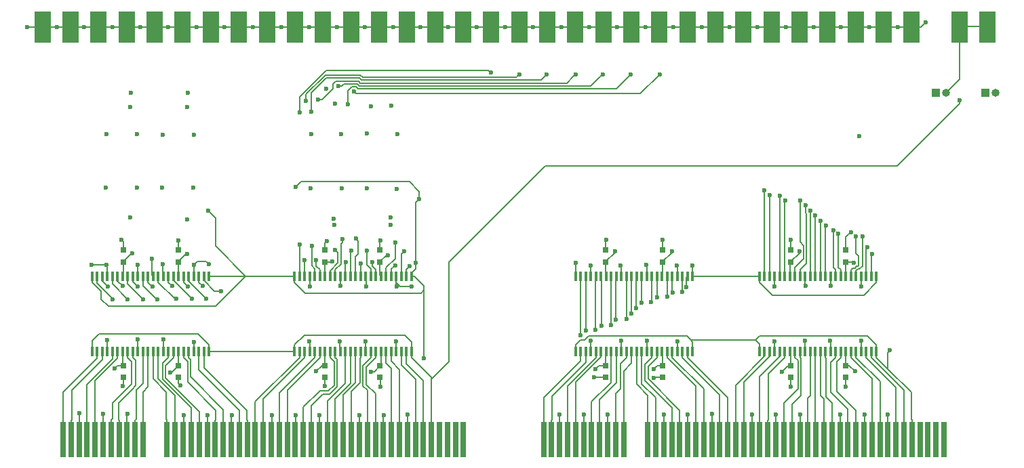
<source format=gbl>
G04 #@! TF.GenerationSoftware,KiCad,Pcbnew,(2018-02-14 revision 6afdf1cf8)-makepkg*
G04 #@! TF.CreationDate,2018-05-17T19:59:26-07:00*
G04 #@! TF.ProjectId,register-card,72656769737465722D636172642E6B69,rev?*
G04 #@! TF.SameCoordinates,Original*
G04 #@! TF.FileFunction,Copper,L4,Bot,Signal*
G04 #@! TF.FilePolarity,Positive*
%FSLAX46Y46*%
G04 Gerber Fmt 4.6, Leading zero omitted, Abs format (unit mm)*
G04 Created by KiCad (PCBNEW (2018-02-14 revision 6afdf1cf8)-makepkg) date 05/17/18 19:59:26*
%MOMM*%
%LPD*%
G01*
G04 APERTURE LIST*
%ADD10R,0.700000X4.400000*%
%ADD11R,2.000000X4.000000*%
%ADD12R,1.000000X1.000000*%
%ADD13O,1.000000X1.000000*%
%ADD14R,0.750000X0.800000*%
%ADD15R,0.400000X1.200000*%
%ADD16C,0.600000*%
%ADD17C,0.177800*%
G04 APERTURE END LIST*
D10*
X47548800Y-178638200D03*
X48548800Y-178638200D03*
X49548800Y-178638200D03*
X50548800Y-178638200D03*
X51548800Y-178638200D03*
X52548800Y-178638200D03*
X53548800Y-178638200D03*
X54548800Y-178638200D03*
X55548800Y-178638200D03*
X56548800Y-178638200D03*
X57548800Y-178638200D03*
X60548800Y-178638200D03*
X61548800Y-178638200D03*
X62548800Y-178638200D03*
X63548800Y-178638200D03*
X64548800Y-178638200D03*
X65548800Y-178638200D03*
X66548800Y-178638200D03*
X67548800Y-178638200D03*
X68548800Y-178638200D03*
X69548800Y-178638200D03*
X70548800Y-178638200D03*
X71548800Y-178638200D03*
X72548800Y-178638200D03*
X73548800Y-178638200D03*
X74548800Y-178638200D03*
X75548800Y-178638200D03*
X76548800Y-178638200D03*
X77548800Y-178638200D03*
X78548800Y-178638200D03*
X79548800Y-178638200D03*
X80548800Y-178638200D03*
X81548800Y-178638200D03*
X82548800Y-178638200D03*
X83548800Y-178638200D03*
X84548800Y-178638200D03*
X85548800Y-178638200D03*
X86548800Y-178638200D03*
X87548800Y-178638200D03*
X88548800Y-178638200D03*
X89548800Y-178638200D03*
X90548800Y-178638200D03*
X91548800Y-178638200D03*
X92548800Y-178638200D03*
X93548800Y-178638200D03*
X94548800Y-178638200D03*
X95548800Y-178638200D03*
X96548800Y-178638200D03*
X97548800Y-178638200D03*
X107548800Y-178638200D03*
X120548800Y-178638200D03*
X108548800Y-178638200D03*
X109548800Y-178638200D03*
X110548800Y-178638200D03*
X111548800Y-178638200D03*
X112548800Y-178638200D03*
X113548800Y-178638200D03*
X114548800Y-178638200D03*
X115548800Y-178638200D03*
X116548800Y-178638200D03*
X117548800Y-178638200D03*
X121548800Y-178638200D03*
X122548800Y-178638200D03*
X123548800Y-178638200D03*
X124548800Y-178638200D03*
X125548800Y-178638200D03*
X126548800Y-178638200D03*
X127548800Y-178638200D03*
X128548800Y-178638200D03*
X129548800Y-178638200D03*
X130548800Y-178638200D03*
X131548800Y-178638200D03*
X132548800Y-178638200D03*
X133548800Y-178638200D03*
X134548800Y-178638200D03*
X135548800Y-178638200D03*
X136548800Y-178638200D03*
X137548800Y-178638200D03*
X138548800Y-178638200D03*
X139548800Y-178638200D03*
X140548800Y-178638200D03*
X141548800Y-178638200D03*
X142548800Y-178638200D03*
X143548800Y-178638200D03*
X144548800Y-178638200D03*
X145548800Y-178638200D03*
X146548800Y-178638200D03*
X147548800Y-178638200D03*
X148548800Y-178638200D03*
X149548800Y-178638200D03*
X150548800Y-178638200D03*
X151548800Y-178638200D03*
X152548800Y-178638200D03*
X153548800Y-178638200D03*
X154548800Y-178638200D03*
X155548800Y-178638200D03*
X156548800Y-178638200D03*
X157548800Y-178638200D03*
D11*
X45000000Y-127105416D03*
X48500000Y-127105416D03*
X52000000Y-127105416D03*
X55500000Y-127105416D03*
X59000000Y-127105416D03*
X62500000Y-127105416D03*
X66000000Y-127105416D03*
X69500000Y-127105416D03*
X73000000Y-127105416D03*
X76500000Y-127105416D03*
X80000000Y-127105416D03*
X83500000Y-127105416D03*
X87000000Y-127105416D03*
X90500000Y-127105416D03*
X94000000Y-127105416D03*
X97500000Y-127105416D03*
X101000000Y-127105416D03*
X104500000Y-127105416D03*
X108000000Y-127105416D03*
X111500000Y-127105416D03*
X115000000Y-127105416D03*
X118500000Y-127105416D03*
X122000000Y-127105416D03*
X125500000Y-127105416D03*
X129000000Y-127105416D03*
X132500000Y-127105416D03*
X136000000Y-127105416D03*
X139500000Y-127105416D03*
X143000000Y-127105416D03*
X146500000Y-127105416D03*
X150000000Y-127105416D03*
X153500000Y-127105416D03*
X159512000Y-127101600D03*
X162991800Y-127101600D03*
D12*
X162725000Y-135300000D03*
D13*
X163995000Y-135300000D03*
D12*
X156550000Y-135300000D03*
D13*
X157820000Y-135300000D03*
D14*
X115316000Y-170918000D03*
X115316000Y-169418000D03*
X122428000Y-169418000D03*
X122428000Y-170918000D03*
X115316000Y-154964000D03*
X115316000Y-156464000D03*
X122428000Y-156464000D03*
X122428000Y-154964000D03*
X55118000Y-170918000D03*
X55118000Y-169418000D03*
X61976000Y-169418000D03*
X61976000Y-170918000D03*
X55118000Y-154964000D03*
X55118000Y-156464000D03*
X61976000Y-156464000D03*
X61976000Y-154964000D03*
X80264000Y-170918000D03*
X80264000Y-169418000D03*
X87122000Y-169418000D03*
X87122000Y-170918000D03*
X80264000Y-154964000D03*
X80264000Y-156464000D03*
X87122000Y-156464000D03*
X87122000Y-154964000D03*
X138430000Y-170918000D03*
X138430000Y-169418000D03*
X145288000Y-169418000D03*
X145288000Y-170918000D03*
X138430000Y-154964000D03*
X138430000Y-156464000D03*
X145288000Y-156464000D03*
X145288000Y-154964000D03*
D15*
X126145240Y-158240000D03*
X125510240Y-158240000D03*
X124875240Y-158240000D03*
X124240240Y-158240000D03*
X123605240Y-158240000D03*
X122970240Y-158240000D03*
X122335240Y-158240000D03*
X121700240Y-158240000D03*
X121065240Y-158240000D03*
X120430240Y-158240000D03*
X119795240Y-158240000D03*
X119160240Y-158240000D03*
X118525240Y-158240000D03*
X117890240Y-158240000D03*
X117255240Y-158240000D03*
X116620240Y-158240000D03*
X115985240Y-158240000D03*
X115350240Y-158240000D03*
X114715240Y-158240000D03*
X114080240Y-158240000D03*
X113445240Y-158240000D03*
X112810240Y-158240000D03*
X112175240Y-158240000D03*
X111540240Y-158240000D03*
X111540240Y-167640000D03*
X112175240Y-167640000D03*
X112810240Y-167640000D03*
X113445240Y-167640000D03*
X114080240Y-167640000D03*
X114715240Y-167640000D03*
X115350240Y-167640000D03*
X115985240Y-167640000D03*
X116620240Y-167640000D03*
X117255240Y-167640000D03*
X117890240Y-167640000D03*
X118525240Y-167640000D03*
X119160240Y-167640000D03*
X119795240Y-167640000D03*
X120430240Y-167640000D03*
X121065240Y-167640000D03*
X121700240Y-167640000D03*
X122335240Y-167640000D03*
X122970240Y-167640000D03*
X123605240Y-167640000D03*
X124240240Y-167640000D03*
X124875240Y-167640000D03*
X125510240Y-167640000D03*
X126145240Y-167640000D03*
X65786000Y-158240000D03*
X65151000Y-158240000D03*
X64516000Y-158240000D03*
X63881000Y-158240000D03*
X63246000Y-158240000D03*
X62611000Y-158240000D03*
X61976000Y-158240000D03*
X61341000Y-158240000D03*
X60706000Y-158240000D03*
X60071000Y-158240000D03*
X59436000Y-158240000D03*
X58801000Y-158240000D03*
X58166000Y-158240000D03*
X57531000Y-158240000D03*
X56896000Y-158240000D03*
X56261000Y-158240000D03*
X55626000Y-158240000D03*
X54991000Y-158240000D03*
X54356000Y-158240000D03*
X53721000Y-158240000D03*
X53086000Y-158240000D03*
X52451000Y-158240000D03*
X51816000Y-158240000D03*
X51181000Y-158240000D03*
X51181000Y-167640000D03*
X51816000Y-167640000D03*
X52451000Y-167640000D03*
X53086000Y-167640000D03*
X53721000Y-167640000D03*
X54356000Y-167640000D03*
X54991000Y-167640000D03*
X55626000Y-167640000D03*
X56261000Y-167640000D03*
X56896000Y-167640000D03*
X57531000Y-167640000D03*
X58166000Y-167640000D03*
X58801000Y-167640000D03*
X59436000Y-167640000D03*
X60071000Y-167640000D03*
X60706000Y-167640000D03*
X61341000Y-167640000D03*
X61976000Y-167640000D03*
X62611000Y-167640000D03*
X63246000Y-167640000D03*
X63881000Y-167640000D03*
X64516000Y-167640000D03*
X65151000Y-167640000D03*
X65786000Y-167640000D03*
X149098000Y-167640000D03*
X148463000Y-167640000D03*
X147828000Y-167640000D03*
X147193000Y-167640000D03*
X146558000Y-167640000D03*
X145923000Y-167640000D03*
X145288000Y-167640000D03*
X144653000Y-167640000D03*
X144018000Y-167640000D03*
X143383000Y-167640000D03*
X142748000Y-167640000D03*
X142113000Y-167640000D03*
X141478000Y-167640000D03*
X140843000Y-167640000D03*
X140208000Y-167640000D03*
X139573000Y-167640000D03*
X138938000Y-167640000D03*
X138303000Y-167640000D03*
X137668000Y-167640000D03*
X137033000Y-167640000D03*
X136398000Y-167640000D03*
X135763000Y-167640000D03*
X135128000Y-167640000D03*
X134493000Y-167640000D03*
X134493000Y-158240000D03*
X135128000Y-158240000D03*
X135763000Y-158240000D03*
X136398000Y-158240000D03*
X137033000Y-158240000D03*
X137668000Y-158240000D03*
X138303000Y-158240000D03*
X138938000Y-158240000D03*
X139573000Y-158240000D03*
X140208000Y-158240000D03*
X140843000Y-158240000D03*
X141478000Y-158240000D03*
X142113000Y-158240000D03*
X142748000Y-158240000D03*
X143383000Y-158240000D03*
X144018000Y-158240000D03*
X144653000Y-158240000D03*
X145288000Y-158240000D03*
X145923000Y-158240000D03*
X146558000Y-158240000D03*
X147193000Y-158240000D03*
X147828000Y-158240000D03*
X148463000Y-158240000D03*
X149098000Y-158240000D03*
X91059000Y-167642000D03*
X90424000Y-167642000D03*
X89789000Y-167642000D03*
X89154000Y-167642000D03*
X88519000Y-167642000D03*
X87884000Y-167642000D03*
X87249000Y-167642000D03*
X86614000Y-167642000D03*
X85979000Y-167642000D03*
X85344000Y-167642000D03*
X84709000Y-167642000D03*
X84074000Y-167642000D03*
X83439000Y-167642000D03*
X82804000Y-167642000D03*
X82169000Y-167642000D03*
X81534000Y-167642000D03*
X80899000Y-167642000D03*
X80264000Y-167642000D03*
X79629000Y-167642000D03*
X78994000Y-167642000D03*
X78359000Y-167642000D03*
X77724000Y-167642000D03*
X77089000Y-167642000D03*
X76454000Y-167642000D03*
X76454000Y-158242000D03*
X77089000Y-158242000D03*
X77724000Y-158242000D03*
X78359000Y-158242000D03*
X78994000Y-158242000D03*
X79629000Y-158242000D03*
X80264000Y-158242000D03*
X80899000Y-158242000D03*
X81534000Y-158242000D03*
X82169000Y-158242000D03*
X82804000Y-158242000D03*
X83439000Y-158242000D03*
X84074000Y-158242000D03*
X84709000Y-158242000D03*
X85344000Y-158242000D03*
X85979000Y-158242000D03*
X86614000Y-158242000D03*
X87249000Y-158242000D03*
X87884000Y-158242000D03*
X88519000Y-158242000D03*
X89154000Y-158242000D03*
X89789000Y-158242000D03*
X90424000Y-158242000D03*
X91059000Y-158242000D03*
D16*
X88134891Y-155619658D03*
X88569800Y-136906000D03*
X81203800Y-156413200D03*
X147599400Y-175564800D03*
X136550400Y-175514000D03*
X125552200Y-175514000D03*
X112547400Y-175539400D03*
X137261600Y-170205400D03*
X146431000Y-170154600D03*
X121285000Y-169849800D03*
X114020600Y-169849800D03*
X85961510Y-170184041D03*
X79146400Y-170154600D03*
X146964400Y-140766800D03*
X63050458Y-155507066D03*
X56166907Y-155407094D03*
X63042800Y-151155400D03*
X81483200Y-136677400D03*
X123545195Y-155176510D03*
X116472578Y-155176510D03*
X139471400Y-155176510D03*
X146261289Y-156589340D03*
X81331329Y-151063389D03*
X88468200Y-150926800D03*
X63068200Y-137109200D03*
X55930800Y-137083800D03*
X60909200Y-170281600D03*
X53975000Y-169748200D03*
X55930800Y-150901400D03*
X87579200Y-175615600D03*
X76606400Y-175615600D03*
X65582800Y-175615600D03*
X52578000Y-175463200D03*
X46786800Y-127105416D03*
X50215800Y-127105416D03*
X53746400Y-127105416D03*
X57226200Y-127105416D03*
X60680600Y-127105416D03*
X64236600Y-127105416D03*
X67716400Y-127105416D03*
X71272400Y-127105416D03*
X74777600Y-127105416D03*
X78308200Y-127105416D03*
X81788000Y-127105416D03*
X85217000Y-127105416D03*
X88798400Y-127105416D03*
X92202000Y-127105416D03*
X95681800Y-127105416D03*
X99237800Y-127105416D03*
X102743000Y-127105416D03*
X106222800Y-127105416D03*
X109753400Y-127105416D03*
X113258600Y-127105416D03*
X116713000Y-127105416D03*
X120269000Y-127105416D03*
X123774200Y-127105416D03*
X127279400Y-127105416D03*
X130759200Y-127105416D03*
X134213600Y-127105416D03*
X137769600Y-127105416D03*
X141249400Y-127105416D03*
X144703800Y-127105416D03*
X148259800Y-127105416D03*
X151739600Y-127105416D03*
X136398000Y-159512000D03*
X86004400Y-137007600D03*
X80441800Y-134823200D03*
X87172800Y-153822400D03*
X80467200Y-153847800D03*
X124180600Y-156921200D03*
X120370600Y-156870400D03*
X117170200Y-156895800D03*
X113385600Y-156946600D03*
X147193000Y-166293800D03*
X143281400Y-166344600D03*
X140182600Y-166344600D03*
X136372600Y-166370000D03*
X113834890Y-170916600D03*
X150520400Y-175539400D03*
X144602200Y-175564800D03*
X139598400Y-175564800D03*
X133604000Y-175514000D03*
X128600200Y-175463200D03*
X122529600Y-175564800D03*
X115519200Y-175539400D03*
X109550200Y-175514000D03*
X113411000Y-166319200D03*
X117271800Y-166319200D03*
X120472200Y-166319200D03*
X124256800Y-166370000D03*
X140284200Y-159486600D03*
X145262600Y-172034200D03*
X138430000Y-172110400D03*
X121285000Y-170942000D03*
X63804800Y-147218400D03*
X59893200Y-147167600D03*
X56769000Y-147218400D03*
X52882800Y-147193000D03*
X89154000Y-166370000D03*
X85293200Y-166420800D03*
X82118200Y-166395400D03*
X78308200Y-166395400D03*
X87147400Y-172059600D03*
X80264000Y-171958000D03*
X43027600Y-127101600D03*
X155270200Y-126517400D03*
X63881000Y-166462144D03*
X65785412Y-156787715D03*
X63881000Y-156819600D03*
X59969400Y-156718000D03*
X56870600Y-156819600D03*
X51079400Y-156794200D03*
X53009800Y-156794200D03*
X89179400Y-159554758D03*
X89230200Y-147320000D03*
X85471000Y-147269200D03*
X82346800Y-147294600D03*
X78460600Y-147294600D03*
X78511400Y-140487400D03*
X89281000Y-140487400D03*
X85521800Y-140411200D03*
X82270600Y-140462000D03*
X115366800Y-153662075D03*
X122428000Y-153662075D03*
X138430000Y-153662077D03*
X145938529Y-152747690D03*
X81381600Y-151841200D03*
X78359000Y-159512000D03*
X143408400Y-159461200D03*
X147218400Y-159512000D03*
X88417400Y-151866600D03*
X82169000Y-159486600D03*
X85369400Y-159512000D03*
X91109800Y-159512000D03*
X63855600Y-140589000D03*
X59994800Y-140538200D03*
X63144400Y-135331200D03*
X56032400Y-135331200D03*
X56819800Y-140512800D03*
X52959000Y-140487400D03*
X61976000Y-153771600D03*
X54864000Y-153695400D03*
X60045600Y-166116000D03*
X56896000Y-166116000D03*
X53060600Y-166243000D03*
X62243871Y-171881886D03*
X54965600Y-172008800D03*
X90576400Y-175564800D03*
X84582000Y-175666400D03*
X79552800Y-175615600D03*
X73609200Y-175666400D03*
X68630800Y-175615600D03*
X62636400Y-175615600D03*
X55626000Y-175463200D03*
X49580800Y-175412400D03*
X111556800Y-156616398D03*
X91567000Y-156591000D03*
X126085600Y-156921200D03*
X92633800Y-168503600D03*
X65709800Y-150088600D03*
X92024200Y-148615400D03*
X76581000Y-147116800D03*
X159512000Y-136271000D03*
X150774400Y-167513000D03*
X77063600Y-137744202D03*
X100965000Y-132816600D03*
X107950000Y-133037246D03*
X78536798Y-137693400D03*
X114909600Y-133037246D03*
X81889600Y-134493000D03*
X83856082Y-135149033D03*
X122021600Y-133037246D03*
X104495600Y-133037246D03*
X77901226Y-136309111D03*
X111531400Y-133037246D03*
X79425800Y-136169400D03*
X118440200Y-133037246D03*
X83092933Y-136728200D03*
X67310000Y-160121600D03*
X125399800Y-159588200D03*
X65009084Y-159485734D03*
X124815600Y-160223200D03*
X65405000Y-161061400D03*
X123647200Y-160274000D03*
X63099058Y-159532252D03*
X122961402Y-160807402D03*
X63601600Y-161061400D03*
X121691400Y-160883600D03*
X61200437Y-159493701D03*
X120980200Y-161467798D03*
X61722000Y-161086800D03*
X119786400Y-161569400D03*
X58674000Y-156057600D03*
X119126000Y-162229800D03*
X58713852Y-159581899D03*
X118491000Y-162890200D03*
X59298417Y-161185545D03*
X117906800Y-163626800D03*
X56907045Y-159583764D03*
X116586000Y-163652200D03*
X57505600Y-161112200D03*
X115951000Y-164338000D03*
X54996741Y-159484759D03*
X114757200Y-164414200D03*
X55625996Y-161112200D03*
X114020600Y-164998400D03*
X53147432Y-159565704D03*
X112826800Y-165023800D03*
X112195999Y-165676290D03*
X53771800Y-161137600D03*
X77089000Y-154279600D03*
X135077200Y-147548602D03*
X135763000Y-148132801D03*
X77724000Y-156210000D03*
X78587604Y-154432000D03*
X137033000Y-148209000D03*
X137718800Y-148767800D03*
X79171800Y-156210000D03*
X81538356Y-154995914D03*
X139547600Y-148767800D03*
X82423000Y-153593800D03*
X140233400Y-149402798D03*
X82829400Y-156489400D03*
X140817599Y-150063200D03*
X83532690Y-155026015D03*
X141477996Y-150672800D03*
X84099400Y-153568400D03*
X142113000Y-151307798D03*
X142773400Y-151942800D03*
X84709000Y-156667200D03*
X143718635Y-152494086D03*
X85445600Y-155041598D03*
X144348200Y-152950857D03*
X86131400Y-156514800D03*
X89001600Y-154025600D03*
X146563357Y-153261025D03*
X147339768Y-153307694D03*
X89008885Y-156877684D03*
X90119200Y-155168600D03*
X147941461Y-154623410D03*
X148564600Y-155448000D03*
X90830400Y-156997400D03*
D17*
X87122000Y-156464000D02*
X87122000Y-156439000D01*
X87941342Y-155619658D02*
X88134891Y-155619658D01*
X87122000Y-156439000D02*
X87941342Y-155619658D01*
X80264000Y-156464000D02*
X81153000Y-156464000D01*
X81153000Y-156464000D02*
X81203800Y-156413200D01*
X147599400Y-175564800D02*
X147599400Y-178587600D01*
X147599400Y-178587600D02*
X147548800Y-178638200D01*
X136548800Y-175515600D02*
X136550400Y-175514000D01*
X136548800Y-178638200D02*
X136548800Y-175515600D01*
X125552200Y-175514000D02*
X125552200Y-178634800D01*
X125552200Y-178634800D02*
X125548800Y-178638200D01*
X112548800Y-175540800D02*
X112547400Y-175539400D01*
X112548800Y-178638200D02*
X112548800Y-175540800D01*
X138049000Y-169418000D02*
X137261600Y-170205400D01*
X138430000Y-169418000D02*
X138049000Y-169418000D01*
X145694400Y-169418000D02*
X146431000Y-170154600D01*
X145288000Y-169418000D02*
X145694400Y-169418000D01*
X145288000Y-169418000D02*
X145288000Y-168840200D01*
X145288000Y-168840200D02*
X145288000Y-167640000D01*
X138430000Y-169418000D02*
X138430000Y-167767000D01*
X138430000Y-167767000D02*
X138303000Y-167640000D01*
X121716800Y-169418000D02*
X121285000Y-169849800D01*
X122428000Y-169418000D02*
X121716800Y-169418000D01*
X115316000Y-169418000D02*
X114452400Y-169418000D01*
X114452400Y-169418000D02*
X114020600Y-169849800D01*
X122428000Y-169418000D02*
X122428000Y-167732760D01*
X122428000Y-167732760D02*
X122335240Y-167640000D01*
X115316000Y-169418000D02*
X115316000Y-167674240D01*
X115316000Y-167674240D02*
X115350240Y-167640000D01*
X87122000Y-169418000D02*
X87122000Y-169443000D01*
X87122000Y-169443000D02*
X86380959Y-170184041D01*
X86380959Y-170184041D02*
X85961510Y-170184041D01*
X79883000Y-169418000D02*
X79146400Y-170154600D01*
X80264000Y-169418000D02*
X79883000Y-169418000D01*
X87249000Y-167642000D02*
X87249000Y-169291000D01*
X87249000Y-169291000D02*
X87122000Y-169418000D01*
X80264000Y-167642000D02*
X80264000Y-169418000D01*
X62907934Y-155507066D02*
X63050458Y-155507066D01*
X61976000Y-156439000D02*
X62907934Y-155507066D01*
X61976000Y-156464000D02*
X61976000Y-156439000D01*
X56149906Y-155407094D02*
X56166907Y-155407094D01*
X55118000Y-156464000D02*
X55118000Y-156439000D01*
X55118000Y-156439000D02*
X56149906Y-155407094D01*
X138430000Y-156439000D02*
X139471400Y-155397600D01*
X146135949Y-156464000D02*
X146261289Y-156589340D01*
X122428000Y-156464000D02*
X122428000Y-156439000D01*
X122428000Y-156439000D02*
X123545195Y-155321805D01*
X139471400Y-155397600D02*
X139471400Y-155176510D01*
X138430000Y-156464000D02*
X138430000Y-156439000D01*
X115316000Y-156439000D02*
X116472578Y-155282422D01*
X115316000Y-156464000D02*
X115316000Y-156439000D01*
X116472578Y-155282422D02*
X116472578Y-155176510D01*
X123545195Y-155321805D02*
X123545195Y-155176510D01*
X145288000Y-156464000D02*
X146135949Y-156464000D01*
X122428000Y-156464000D02*
X122428000Y-158147240D01*
X122428000Y-158147240D02*
X122335240Y-158240000D01*
X115316000Y-156464000D02*
X115316000Y-158205760D01*
X115316000Y-158205760D02*
X115350240Y-158240000D01*
X60909200Y-170281600D02*
X61112400Y-170281600D01*
X61112400Y-170281600D02*
X61976000Y-169418000D01*
X55118000Y-169418000D02*
X54305200Y-169418000D01*
X54305200Y-169418000D02*
X53975000Y-169748200D01*
X80264000Y-156464000D02*
X80264000Y-157041800D01*
X80264000Y-157041800D02*
X80264000Y-158242000D01*
X138303000Y-158240000D02*
X138303000Y-156591000D01*
X138303000Y-156591000D02*
X138430000Y-156464000D01*
X145288000Y-156464000D02*
X145288000Y-158240000D01*
X87122000Y-156464000D02*
X87122000Y-158115000D01*
X87122000Y-158115000D02*
X87249000Y-158242000D01*
X61976000Y-158240000D02*
X61976000Y-156464000D01*
X62001400Y-158265400D02*
X61976000Y-158240000D01*
X55118000Y-156464000D02*
X55118000Y-158113000D01*
X55118000Y-158113000D02*
X54991000Y-158240000D01*
X61976000Y-167640000D02*
X61976000Y-169418000D01*
X54991000Y-167640000D02*
X54991000Y-169291000D01*
X54991000Y-169291000D02*
X55118000Y-169418000D01*
X87548800Y-175646000D02*
X87579200Y-175615600D01*
X87548800Y-178638200D02*
X87548800Y-175646000D01*
X76606400Y-175615600D02*
X76606400Y-178580600D01*
X76606400Y-178580600D02*
X76548800Y-178638200D01*
X65548800Y-175649600D02*
X65582800Y-175615600D01*
X65548800Y-178638200D02*
X65548800Y-175649600D01*
X52578000Y-175463200D02*
X52578000Y-178609000D01*
X52578000Y-178609000D02*
X52548800Y-178638200D01*
X46786800Y-127105416D02*
X45000000Y-127105416D01*
X48500000Y-127105416D02*
X46786800Y-127105416D01*
X50215800Y-127105416D02*
X48500000Y-127105416D01*
X52000000Y-127105416D02*
X50215800Y-127105416D01*
X53746400Y-127105416D02*
X52000000Y-127105416D01*
X55500000Y-127105416D02*
X53746400Y-127105416D01*
X57226200Y-127105416D02*
X55500000Y-127105416D01*
X59000000Y-127105416D02*
X57226200Y-127105416D01*
X60680600Y-127105416D02*
X59000000Y-127105416D01*
X62500000Y-127105416D02*
X60680600Y-127105416D01*
X64236600Y-127105416D02*
X62500000Y-127105416D01*
X66000000Y-127105416D02*
X64236600Y-127105416D01*
X67716400Y-127105416D02*
X66000000Y-127105416D01*
X69500000Y-127105416D02*
X67716400Y-127105416D01*
X71272400Y-127105416D02*
X69500000Y-127105416D01*
X73000000Y-127105416D02*
X71272400Y-127105416D01*
X74777600Y-127105416D02*
X73000000Y-127105416D01*
X76500000Y-127105416D02*
X74777600Y-127105416D01*
X78308200Y-127105416D02*
X76500000Y-127105416D01*
X80000000Y-127105416D02*
X78308200Y-127105416D01*
X81788000Y-127105416D02*
X80000000Y-127105416D01*
X83500000Y-127105416D02*
X81788000Y-127105416D01*
X85217000Y-127105416D02*
X83500000Y-127105416D01*
X87000000Y-127105416D02*
X85217000Y-127105416D01*
X88798400Y-127105416D02*
X87000000Y-127105416D01*
X90500000Y-127105416D02*
X88798400Y-127105416D01*
X92202000Y-127105416D02*
X90500000Y-127105416D01*
X94000000Y-127105416D02*
X92202000Y-127105416D01*
X95681800Y-127105416D02*
X94000000Y-127105416D01*
X97500000Y-127105416D02*
X95681800Y-127105416D01*
X99237800Y-127105416D02*
X97500000Y-127105416D01*
X101000000Y-127105416D02*
X99237800Y-127105416D01*
X102743000Y-127105416D02*
X101000000Y-127105416D01*
X104500000Y-127105416D02*
X102743000Y-127105416D01*
X106222800Y-127105416D02*
X104500000Y-127105416D01*
X108000000Y-127105416D02*
X106222800Y-127105416D01*
X109753400Y-127105416D02*
X108000000Y-127105416D01*
X111500000Y-127105416D02*
X109753400Y-127105416D01*
X113258600Y-127105416D02*
X111500000Y-127105416D01*
X115000000Y-127105416D02*
X113258600Y-127105416D01*
X116713000Y-127105416D02*
X115000000Y-127105416D01*
X118500000Y-127105416D02*
X116713000Y-127105416D01*
X120269000Y-127105416D02*
X118500000Y-127105416D01*
X122000000Y-127105416D02*
X120269000Y-127105416D01*
X123774200Y-127105416D02*
X122000000Y-127105416D01*
X125500000Y-127105416D02*
X123774200Y-127105416D01*
X127279400Y-127105416D02*
X125500000Y-127105416D01*
X129000000Y-127105416D02*
X127279400Y-127105416D01*
X130759200Y-127105416D02*
X129000000Y-127105416D01*
X132500000Y-127105416D02*
X130759200Y-127105416D01*
X134213600Y-127105416D02*
X132500000Y-127105416D01*
X136000000Y-127105416D02*
X134213600Y-127105416D01*
X137769600Y-127105416D02*
X136000000Y-127105416D01*
X139500000Y-127105416D02*
X137769600Y-127105416D01*
X141249400Y-127105416D02*
X139500000Y-127105416D01*
X143000000Y-127105416D02*
X141249400Y-127105416D01*
X144703800Y-127105416D02*
X143000000Y-127105416D01*
X146500000Y-127105416D02*
X144703800Y-127105416D01*
X148259800Y-127105416D02*
X146500000Y-127105416D01*
X150000000Y-127105416D02*
X148259800Y-127105416D01*
X151739600Y-127105416D02*
X150000000Y-127105416D01*
X153500000Y-127105416D02*
X151739600Y-127105416D01*
X136398000Y-158240000D02*
X136398000Y-159512000D01*
X87122000Y-153873200D02*
X87172800Y-153822400D01*
X87122000Y-154964000D02*
X87122000Y-153873200D01*
X80264000Y-154051000D02*
X80467200Y-153847800D01*
X80264000Y-154964000D02*
X80264000Y-154051000D01*
X124240240Y-156980840D02*
X124180600Y-156921200D01*
X124240240Y-158240000D02*
X124240240Y-156980840D01*
X120430240Y-156930040D02*
X120370600Y-156870400D01*
X120430240Y-158240000D02*
X120430240Y-156930040D01*
X117255240Y-156980840D02*
X117170200Y-156895800D01*
X117255240Y-158240000D02*
X117255240Y-156980840D01*
X113445240Y-157006240D02*
X113385600Y-156946600D01*
X113445240Y-158240000D02*
X113445240Y-157006240D01*
X147193000Y-167640000D02*
X147193000Y-166293800D01*
X143383000Y-166446200D02*
X143281400Y-166344600D01*
X143383000Y-167640000D02*
X143383000Y-166446200D01*
X140208000Y-166370000D02*
X140182600Y-166344600D01*
X140208000Y-167640000D02*
X140208000Y-166370000D01*
X136398000Y-166395400D02*
X136372600Y-166370000D01*
X136398000Y-167640000D02*
X136398000Y-166395400D01*
X115316000Y-170918000D02*
X113836290Y-170918000D01*
X113836290Y-170918000D02*
X113834890Y-170916600D01*
X150548800Y-175567800D02*
X150520400Y-175539400D01*
X150548800Y-178638200D02*
X150548800Y-175567800D01*
X144548800Y-175618200D02*
X144602200Y-175564800D01*
X144548800Y-178638200D02*
X144548800Y-175618200D01*
X139598400Y-175564800D02*
X139598400Y-178588600D01*
X139598400Y-178588600D02*
X139548800Y-178638200D01*
X133604000Y-175514000D02*
X133604000Y-178583000D01*
X133604000Y-178583000D02*
X133548800Y-178638200D01*
X128548800Y-175514600D02*
X128600200Y-175463200D01*
X128548800Y-178638200D02*
X128548800Y-175514600D01*
X122548800Y-175584000D02*
X122529600Y-175564800D01*
X122548800Y-178638200D02*
X122548800Y-175584000D01*
X115519200Y-175539400D02*
X115519200Y-178608600D01*
X115519200Y-178608600D02*
X115548800Y-178638200D01*
X109550200Y-175514000D02*
X109550200Y-178636800D01*
X109550200Y-178636800D02*
X109548800Y-178638200D01*
X113445240Y-167640000D02*
X113445240Y-166353440D01*
X113445240Y-166353440D02*
X113411000Y-166319200D01*
X117255240Y-167640000D02*
X117255240Y-166335760D01*
X117255240Y-166335760D02*
X117271800Y-166319200D01*
X120430240Y-167640000D02*
X120430240Y-166361160D01*
X120430240Y-166361160D02*
X120472200Y-166319200D01*
X124240240Y-167640000D02*
X124240240Y-166386560D01*
X124240240Y-166386560D02*
X124256800Y-166370000D01*
X140208000Y-159410400D02*
X140284200Y-159486600D01*
X140208000Y-158240000D02*
X140208000Y-159410400D01*
X145288000Y-172008800D02*
X145262600Y-172034200D01*
X145288000Y-170918000D02*
X145288000Y-172008800D01*
X138430000Y-170918000D02*
X138430000Y-172110400D01*
X121309000Y-170918000D02*
X121285000Y-170942000D01*
X122428000Y-170918000D02*
X121309000Y-170918000D01*
X89154000Y-166370000D02*
X89154000Y-167642000D01*
X85344000Y-166471600D02*
X85293200Y-166420800D01*
X85344000Y-167642000D02*
X85344000Y-166471600D01*
X82118200Y-166395400D02*
X82118200Y-167591200D01*
X82118200Y-167591200D02*
X82169000Y-167642000D01*
X78359000Y-167642000D02*
X78359000Y-166446200D01*
X78359000Y-166446200D02*
X78308200Y-166395400D01*
X87147400Y-172059600D02*
X87147400Y-170943400D01*
X87147400Y-170943400D02*
X87122000Y-170918000D01*
X80264000Y-170918000D02*
X80264000Y-171958000D01*
X43031416Y-127105416D02*
X43027600Y-127101600D01*
X45000000Y-127105416D02*
X43031416Y-127105416D01*
X154677800Y-127105416D02*
X155265816Y-126517400D01*
X153500000Y-127105416D02*
X154677800Y-127105416D01*
X155265816Y-126517400D02*
X155270200Y-126517400D01*
X63881000Y-167640000D02*
X63881000Y-166462144D01*
X63881000Y-156819600D02*
X64320702Y-156379898D01*
X65485413Y-156487716D02*
X65785412Y-156787715D01*
X65377595Y-156379898D02*
X65485413Y-156487716D01*
X64320702Y-156379898D02*
X65377595Y-156379898D01*
X63881000Y-158240000D02*
X63881000Y-156819600D01*
X59969400Y-156718000D02*
X59969400Y-158138400D01*
X59969400Y-158138400D02*
X60071000Y-158240000D01*
X56896000Y-156845000D02*
X56870600Y-156819600D01*
X56896000Y-158240000D02*
X56896000Y-156845000D01*
X51079400Y-156794200D02*
X53009800Y-156794200D01*
X53086000Y-156870400D02*
X53009800Y-156794200D01*
X53086000Y-158240000D02*
X53086000Y-156870400D01*
X89154000Y-159529358D02*
X89179400Y-159554758D01*
X89154000Y-158242000D02*
X89154000Y-159529358D01*
X138430000Y-154964000D02*
X138430000Y-154386200D01*
X122428000Y-154964000D02*
X122428000Y-153662075D01*
X138430000Y-154386200D02*
X138430000Y-153662077D01*
X145638530Y-153047689D02*
X145938529Y-152747690D01*
X145288000Y-154964000D02*
X145288000Y-153398219D01*
X115316000Y-154964000D02*
X115316000Y-153712875D01*
X145288000Y-153398219D02*
X145638530Y-153047689D01*
X115316000Y-153712875D02*
X115366800Y-153662075D01*
X78359000Y-158242000D02*
X78359000Y-159512000D01*
X143383000Y-159435800D02*
X143408400Y-159461200D01*
X143383000Y-158240000D02*
X143383000Y-159435800D01*
X147193000Y-159486600D02*
X147218400Y-159512000D01*
X147193000Y-158240000D02*
X147193000Y-159486600D01*
X82169000Y-158242000D02*
X82169000Y-159486600D01*
X85369400Y-159512000D02*
X85369400Y-158267400D01*
X85369400Y-158267400D02*
X85344000Y-158242000D01*
X91109800Y-159512000D02*
X89646200Y-159512000D01*
X89646200Y-159512000D02*
X89154000Y-159019800D01*
X89154000Y-159019800D02*
X89154000Y-158242000D01*
X61976000Y-154964000D02*
X61976000Y-153771600D01*
X55118000Y-154964000D02*
X55118000Y-153949400D01*
X55118000Y-153949400D02*
X54864000Y-153695400D01*
X60045600Y-166116000D02*
X60045600Y-167614600D01*
X60045600Y-167614600D02*
X60071000Y-167640000D01*
X56896000Y-167640000D02*
X56896000Y-166116000D01*
X53086000Y-166268400D02*
X53060600Y-166243000D01*
X53086000Y-167640000D02*
X53086000Y-166268400D01*
X61976000Y-170918000D02*
X61976000Y-171614015D01*
X61976000Y-171614015D02*
X62243871Y-171881886D01*
X55118000Y-170918000D02*
X55118000Y-171856400D01*
X55118000Y-171856400D02*
X54965600Y-172008800D01*
X90548800Y-175592400D02*
X90576400Y-175564800D01*
X90548800Y-178638200D02*
X90548800Y-175592400D01*
X84582000Y-175666400D02*
X84582000Y-178605000D01*
X84582000Y-178605000D02*
X84548800Y-178638200D01*
X79548800Y-175619600D02*
X79552800Y-175615600D01*
X79548800Y-178638200D02*
X79548800Y-175619600D01*
X73609200Y-175666400D02*
X73609200Y-178577800D01*
X73609200Y-178577800D02*
X73548800Y-178638200D01*
X68548800Y-175697600D02*
X68630800Y-175615600D01*
X68548800Y-178638200D02*
X68548800Y-175697600D01*
X62636400Y-175615600D02*
X62636400Y-178550600D01*
X62636400Y-178550600D02*
X62548800Y-178638200D01*
X55548800Y-175540400D02*
X55626000Y-175463200D01*
X55548800Y-178638200D02*
X55548800Y-175540400D01*
X49548800Y-178638200D02*
X49548800Y-175444400D01*
X49548800Y-175444400D02*
X49580800Y-175412400D01*
X47548800Y-172745400D02*
X51816000Y-168478200D01*
X47548800Y-178638200D02*
X47548800Y-172745400D01*
X51816000Y-168478200D02*
X51816000Y-167640000D01*
X48615600Y-172491400D02*
X52451000Y-168656000D01*
X52451000Y-168656000D02*
X52451000Y-167640000D01*
X48615600Y-176193600D02*
X48615600Y-172491400D01*
X48548800Y-178638200D02*
X48548800Y-176260400D01*
X48548800Y-176260400D02*
X48615600Y-176193600D01*
X50546000Y-171805600D02*
X53721000Y-168630600D01*
X53721000Y-168630600D02*
X53721000Y-167640000D01*
X50546000Y-176257600D02*
X50546000Y-171805600D01*
X50548800Y-178638200D02*
X50548800Y-176260400D01*
X50548800Y-176260400D02*
X50546000Y-176257600D01*
X54356000Y-168528480D02*
X54356000Y-168417800D01*
X54356000Y-168417800D02*
X54356000Y-167640000D01*
X51548800Y-171335680D02*
X54356000Y-168528480D01*
X51548800Y-178638200D02*
X51548800Y-171335680D01*
X53746400Y-176062800D02*
X53548800Y-176260400D01*
X53746400Y-174091600D02*
X53746400Y-176062800D01*
X56134000Y-171704000D02*
X53746400Y-174091600D01*
X56134000Y-168925800D02*
X56134000Y-171704000D01*
X55626000Y-167640000D02*
X55626000Y-168417800D01*
X55626000Y-168417800D02*
X56134000Y-168925800D01*
X53548800Y-176260400D02*
X53548800Y-178638200D01*
X56184800Y-172389800D02*
X56261000Y-172313600D01*
X54508400Y-174066200D02*
X56184800Y-172389800D01*
X56642000Y-168798800D02*
X56642000Y-171932600D01*
X56642000Y-171932600D02*
X56184800Y-172389800D01*
X56261000Y-167640000D02*
X56261000Y-168417800D01*
X56261000Y-168417800D02*
X56642000Y-168798800D01*
X54508400Y-176220000D02*
X54508400Y-174066200D01*
X54548800Y-178638200D02*
X54548800Y-176260400D01*
X54548800Y-176260400D02*
X54508400Y-176220000D01*
X56692800Y-172491400D02*
X57531000Y-171653200D01*
X57531000Y-171653200D02*
X57531000Y-167640000D01*
X56692800Y-176116400D02*
X56692800Y-172491400D01*
X56548800Y-178638200D02*
X56548800Y-176260400D01*
X56548800Y-176260400D02*
X56692800Y-176116400D01*
X57548800Y-172727600D02*
X58166000Y-172110400D01*
X58166000Y-172110400D02*
X58166000Y-167640000D01*
X57548800Y-178638200D02*
X57548800Y-172727600D01*
X111540240Y-156632958D02*
X111556800Y-156616398D01*
X111540240Y-158240000D02*
X111540240Y-156632958D01*
X91567000Y-156591000D02*
X91567000Y-149072600D01*
X91567000Y-157334000D02*
X91567000Y-156591000D01*
X126085600Y-156921200D02*
X126085600Y-158180360D01*
X126085600Y-158180360D02*
X126145240Y-158240000D01*
X70358000Y-158240000D02*
X70662800Y-158240000D01*
X65786000Y-158240000D02*
X70358000Y-158240000D01*
X66598800Y-150977600D02*
X66598800Y-154480800D01*
X66598800Y-154480800D02*
X70358000Y-158240000D01*
X70662800Y-158240000D02*
X76452000Y-158240000D01*
X66573400Y-162026600D02*
X70360000Y-158240000D01*
X70360000Y-158240000D02*
X70662800Y-158240000D01*
X53213000Y-162026600D02*
X66573400Y-162026600D01*
X52324000Y-161137600D02*
X53213000Y-162026600D01*
X52324000Y-160160800D02*
X52324000Y-161137600D01*
X51181000Y-158240000D02*
X51181000Y-159017800D01*
X51181000Y-159017800D02*
X52324000Y-160160800D01*
X92633800Y-159969200D02*
X92633800Y-159439000D01*
X92633800Y-168503600D02*
X92633800Y-159969200D01*
X77784400Y-160350200D02*
X92252800Y-160350200D01*
X92252800Y-160350200D02*
X92633800Y-159969200D01*
X76454000Y-158242000D02*
X76454000Y-159019800D01*
X76454000Y-159019800D02*
X77784400Y-160350200D01*
X92633800Y-159439000D02*
X91436800Y-158242000D01*
X91436800Y-158242000D02*
X91059000Y-158242000D01*
X126145240Y-158240000D02*
X126523040Y-158240000D01*
X126523040Y-158240000D02*
X134493000Y-158240000D01*
X147511600Y-160604200D02*
X136079400Y-160604200D01*
X136079400Y-160604200D02*
X134493000Y-159017800D01*
X134493000Y-159017800D02*
X134493000Y-158240000D01*
X149098000Y-158240000D02*
X149098000Y-159017800D01*
X149098000Y-159017800D02*
X147511600Y-160604200D01*
X91567000Y-149072600D02*
X92024200Y-148615400D01*
X91059000Y-158242000D02*
X91059000Y-157842000D01*
X91059000Y-157842000D02*
X91567000Y-157334000D01*
X76454000Y-147243800D02*
X76581000Y-147116800D01*
X66598800Y-150977600D02*
X65709800Y-150088600D01*
X65786000Y-158240000D02*
X66163800Y-158240000D01*
X76452000Y-158240000D02*
X76454000Y-158242000D01*
X90830400Y-146456400D02*
X92024200Y-147650200D01*
X92024200Y-147650200D02*
X92024200Y-148615400D01*
X77241400Y-146456400D02*
X90830400Y-146456400D01*
X76581000Y-147116800D02*
X77241400Y-146456400D01*
X60452000Y-172745400D02*
X58801000Y-171094400D01*
X58801000Y-171094400D02*
X58801000Y-167640000D01*
X60452000Y-176163600D02*
X60452000Y-172745400D01*
X60548800Y-178638200D02*
X60548800Y-176260400D01*
X60548800Y-176260400D02*
X60452000Y-176163600D01*
X61548800Y-178638200D02*
X61548800Y-173197016D01*
X61548800Y-173197016D02*
X59436000Y-171084216D01*
X59436000Y-171084216D02*
X59436000Y-168417800D01*
X59436000Y-168417800D02*
X59436000Y-167640000D01*
X59986888Y-169136912D02*
X60706000Y-168417800D01*
X60706000Y-168417800D02*
X60706000Y-167640000D01*
X59986888Y-171132196D02*
X59986888Y-169136912D01*
X63548800Y-174694108D02*
X59986888Y-171132196D01*
X63548800Y-178638200D02*
X63548800Y-174694108D01*
X61341000Y-167640000D02*
X61341000Y-168417800D01*
X60342499Y-169416301D02*
X60342499Y-170984899D01*
X64548800Y-175191200D02*
X64548800Y-176260400D01*
X60342499Y-170984899D02*
X64548800Y-175191200D01*
X64548800Y-176260400D02*
X64548800Y-178638200D01*
X61341000Y-168417800D02*
X60342499Y-169416301D01*
X63119000Y-168925800D02*
X63119000Y-171500800D01*
X63119000Y-171500800D02*
X66624200Y-175006000D01*
X62611000Y-167640000D02*
X62611000Y-168417800D01*
X62611000Y-168417800D02*
X63119000Y-168925800D01*
X66624200Y-176185000D02*
X66624200Y-175006000D01*
X66548800Y-178638200D02*
X66548800Y-176260400D01*
X66548800Y-176260400D02*
X66624200Y-176185000D01*
X67548800Y-178638200D02*
X67548800Y-174909487D01*
X67548800Y-174909487D02*
X63474611Y-170835298D01*
X63474611Y-170835298D02*
X63474611Y-168646411D01*
X63246000Y-168417800D02*
X63246000Y-167640000D01*
X63474611Y-168646411D02*
X63246000Y-168417800D01*
X69548800Y-175009600D02*
X64516000Y-169976800D01*
X64516000Y-169976800D02*
X64516000Y-167640000D01*
X69548800Y-178638200D02*
X69548800Y-175009600D01*
X70510400Y-175031400D02*
X65151000Y-169672000D01*
X65151000Y-169672000D02*
X65151000Y-167640000D01*
X70510400Y-176222000D02*
X70510400Y-175031400D01*
X70548800Y-178638200D02*
X70548800Y-176260400D01*
X70548800Y-176260400D02*
X70510400Y-176222000D01*
X77089000Y-167642000D02*
X77089000Y-168419800D01*
X77089000Y-168419800D02*
X71548800Y-173960000D01*
X71548800Y-173960000D02*
X71548800Y-176260400D01*
X71548800Y-176260400D02*
X71548800Y-178638200D01*
X77724000Y-167642000D02*
X77724000Y-168419800D01*
X77724000Y-168419800D02*
X72548800Y-173595000D01*
X72548800Y-173595000D02*
X72548800Y-176260400D01*
X72548800Y-176260400D02*
X72548800Y-178638200D01*
X78994000Y-167642000D02*
X78994000Y-168419800D01*
X78994000Y-168419800D02*
X74548800Y-172865000D01*
X74548800Y-172865000D02*
X74548800Y-176260400D01*
X74548800Y-176260400D02*
X74548800Y-178638200D01*
X79629000Y-167642000D02*
X79629000Y-168419800D01*
X79629000Y-168419800D02*
X75548800Y-172500000D01*
X75548800Y-172500000D02*
X75548800Y-176260400D01*
X75548800Y-176260400D02*
X75548800Y-178638200D01*
X79603600Y-172593000D02*
X77548800Y-174647800D01*
X77548800Y-174647800D02*
X77548800Y-178638200D01*
X80670400Y-172593000D02*
X79603600Y-172593000D01*
X81381600Y-171881800D02*
X80670400Y-172593000D01*
X81381600Y-168902400D02*
X81381600Y-171881800D01*
X80899000Y-167642000D02*
X80899000Y-168419800D01*
X80899000Y-168419800D02*
X81381600Y-168902400D01*
X79959200Y-172999400D02*
X78548800Y-174409800D01*
X78548800Y-174409800D02*
X78548800Y-178638200D01*
X80797400Y-172999400D02*
X79959200Y-172999400D01*
X81737200Y-172059600D02*
X80797400Y-172999400D01*
X81737200Y-168623000D02*
X81737200Y-172059600D01*
X81534000Y-167642000D02*
X81534000Y-168419800D01*
X81534000Y-168419800D02*
X81737200Y-168623000D01*
X82804000Y-171627800D02*
X80548800Y-173883000D01*
X80548800Y-173883000D02*
X80548800Y-178638200D01*
X82804000Y-167642000D02*
X82804000Y-171627800D01*
X81548800Y-173573892D02*
X81548800Y-176260400D01*
X81548800Y-176260400D02*
X81548800Y-178638200D01*
X83439000Y-167642000D02*
X83439000Y-171683692D01*
X83439000Y-171683692D02*
X81548800Y-173573892D01*
X84023200Y-171602400D02*
X82548800Y-173076800D01*
X82548800Y-173076800D02*
X82548800Y-178638200D01*
X84023200Y-168470600D02*
X84023200Y-171602400D01*
X84074000Y-167642000D02*
X84074000Y-168419800D01*
X84074000Y-168419800D02*
X84023200Y-168470600D01*
X84632800Y-171577000D02*
X83548800Y-172661000D01*
X83548800Y-172661000D02*
X83548800Y-178638200D01*
X84632800Y-168496000D02*
X84632800Y-171577000D01*
X84709000Y-167642000D02*
X84709000Y-168419800D01*
X84709000Y-168419800D02*
X84632800Y-168496000D01*
X84988400Y-171958000D02*
X85548800Y-172518400D01*
X85548800Y-172518400D02*
X85548800Y-178638200D01*
X84988400Y-169410400D02*
X84988400Y-171958000D01*
X85979000Y-167642000D02*
X85979000Y-168419800D01*
X85979000Y-168419800D02*
X84988400Y-169410400D01*
X85394800Y-171780200D02*
X86548800Y-172934200D01*
X86548800Y-172934200D02*
X86548800Y-178638200D01*
X85394800Y-169639000D02*
X85394800Y-171780200D01*
X86614000Y-167642000D02*
X86614000Y-168419800D01*
X86614000Y-168419800D02*
X85394800Y-169639000D01*
X87884000Y-169087800D02*
X88548800Y-169752600D01*
X87884000Y-167642000D02*
X87884000Y-169087800D01*
X88548800Y-169752600D02*
X88548800Y-178638200D01*
X88519000Y-168884600D02*
X89548800Y-169914400D01*
X88519000Y-167642000D02*
X88519000Y-168884600D01*
X89548800Y-169914400D02*
X89548800Y-178638200D01*
X89789000Y-169367200D02*
X91548800Y-171127000D01*
X91548800Y-171127000D02*
X91548800Y-178638200D01*
X89789000Y-167642000D02*
X89789000Y-169367200D01*
X90424000Y-169214800D02*
X92548800Y-171339600D01*
X90424000Y-167642000D02*
X90424000Y-169214800D01*
X92548800Y-171339600D02*
X92548800Y-178638200D01*
X93548800Y-171526200D02*
X93548800Y-178638200D01*
X93548800Y-171119200D02*
X93548800Y-171526200D01*
X91059000Y-167642000D02*
X91059000Y-168419800D01*
X91059000Y-168419800D02*
X93548800Y-170909600D01*
X93548800Y-170909600D02*
X93548800Y-171526200D01*
X95758000Y-168910000D02*
X93548800Y-171119200D01*
X159512000Y-136695264D02*
X151706664Y-144500600D01*
X95758000Y-156514800D02*
X95758000Y-168910000D01*
X107772200Y-144500600D02*
X95758000Y-156514800D01*
X151706664Y-144500600D02*
X107772200Y-144500600D01*
X159512000Y-136271000D02*
X159512000Y-136695264D01*
X52044600Y-165455600D02*
X51181000Y-166319200D01*
X51181000Y-166319200D02*
X51181000Y-167640000D01*
X64379400Y-165455600D02*
X52044600Y-165455600D01*
X65786000Y-167640000D02*
X65786000Y-166862200D01*
X65786000Y-166862200D02*
X64379400Y-165455600D01*
X65786000Y-167640000D02*
X76452000Y-167640000D01*
X76452000Y-167640000D02*
X76454000Y-167642000D01*
X90195400Y-165608000D02*
X91059000Y-166471600D01*
X91059000Y-166471600D02*
X91059000Y-167642000D01*
X77710200Y-165608000D02*
X90195400Y-165608000D01*
X76454000Y-167642000D02*
X76454000Y-166864200D01*
X76454000Y-166864200D02*
X77710200Y-165608000D01*
X107548800Y-173451400D02*
X112175240Y-168824960D01*
X112175240Y-168824960D02*
X112175240Y-167640000D01*
X107548800Y-178638200D02*
X107548800Y-173451400D01*
X120548800Y-173152200D02*
X119160240Y-171763640D01*
X119160240Y-171763640D02*
X119160240Y-167640000D01*
X120548800Y-178638200D02*
X120548800Y-173152200D01*
X108585000Y-173228000D02*
X112810240Y-169002760D01*
X112810240Y-169002760D02*
X112810240Y-167640000D01*
X108585000Y-176224200D02*
X108585000Y-173228000D01*
X108548800Y-178638200D02*
X108548800Y-176260400D01*
X108548800Y-176260400D02*
X108585000Y-176224200D01*
X110548800Y-171949240D02*
X114080240Y-168417800D01*
X114080240Y-168417800D02*
X114080240Y-167640000D01*
X110548800Y-178638200D02*
X110548800Y-171949240D01*
X111548800Y-178638200D02*
X111548800Y-171482880D01*
X114715240Y-168316440D02*
X114715240Y-167640000D01*
X111548800Y-171482880D02*
X114715240Y-168316440D01*
X113548800Y-173940262D02*
X115957701Y-171531361D01*
X113548800Y-178638200D02*
X113548800Y-173940262D01*
X115957701Y-171531361D02*
X115957701Y-168445339D01*
X115957701Y-168445339D02*
X115985240Y-168417800D01*
X115985240Y-168417800D02*
X115985240Y-167640000D01*
X116620240Y-171568160D02*
X114548800Y-173639600D01*
X114548800Y-173639600D02*
X114548800Y-178638200D01*
X116620240Y-167640000D02*
X116620240Y-171568160D01*
X117119400Y-172313600D02*
X116548800Y-172884200D01*
X116548800Y-172884200D02*
X116548800Y-178638200D01*
X117119400Y-169188640D02*
X117119400Y-172313600D01*
X117890240Y-167640000D02*
X117890240Y-168417800D01*
X117890240Y-168417800D02*
X117119400Y-169188640D01*
X117551200Y-170103800D02*
X118525240Y-169129760D01*
X118525240Y-169129760D02*
X118525240Y-167640000D01*
X117551200Y-176258000D02*
X117551200Y-170103800D01*
X117548800Y-178638200D02*
X117548800Y-176260400D01*
X117548800Y-176260400D02*
X117551200Y-176258000D01*
X121548800Y-173466400D02*
X119795240Y-171712840D01*
X119795240Y-171712840D02*
X119795240Y-167640000D01*
X121548800Y-178638200D02*
X121548800Y-173466400D01*
X120167400Y-171323000D02*
X123548800Y-174704400D01*
X123548800Y-174704400D02*
X123548800Y-178638200D01*
X120167400Y-169315640D02*
X120167400Y-171323000D01*
X121065240Y-167640000D02*
X121065240Y-168417800D01*
X121065240Y-168417800D02*
X120167400Y-169315640D01*
X120624600Y-171094400D02*
X124548800Y-175018600D01*
X124548800Y-175018600D02*
X124548800Y-178638200D01*
X120624600Y-169493440D02*
X120624600Y-171094400D01*
X121700240Y-167640000D02*
X121700240Y-168417800D01*
X121700240Y-168417800D02*
X120624600Y-169493440D01*
X126548800Y-178638200D02*
X126548800Y-171996360D01*
X126548800Y-171996360D02*
X122970240Y-168417800D01*
X122970240Y-168417800D02*
X122970240Y-167640000D01*
X123605240Y-167640000D02*
X123605240Y-168417800D01*
X123605240Y-168417800D02*
X127548800Y-172361360D01*
X127548800Y-172361360D02*
X127548800Y-176260400D01*
X127548800Y-176260400D02*
X127548800Y-178638200D01*
X124875240Y-167640000D02*
X124875240Y-168417800D01*
X124875240Y-168417800D02*
X129548800Y-173091360D01*
X129548800Y-173091360D02*
X129548800Y-176260400D01*
X129548800Y-176260400D02*
X129548800Y-178638200D01*
X125510240Y-167640000D02*
X125510240Y-168417800D01*
X125510240Y-168417800D02*
X130548800Y-173456360D01*
X130548800Y-173456360D02*
X130548800Y-176260400D01*
X130548800Y-176260400D02*
X130548800Y-178638200D01*
X131548800Y-178638200D02*
X131548800Y-171864262D01*
X131548800Y-171864262D02*
X135128000Y-168285062D01*
X135128000Y-168285062D02*
X135128000Y-167640000D01*
X132548800Y-178638200D02*
X132548800Y-171499262D01*
X132548800Y-171499262D02*
X135763000Y-168285062D01*
X135763000Y-168285062D02*
X135763000Y-167640000D01*
X134548800Y-178638200D02*
X134548800Y-170769262D01*
X134548800Y-170769262D02*
X137033000Y-168285062D01*
X137033000Y-168285062D02*
X137033000Y-167640000D01*
X135585200Y-176224000D02*
X135585200Y-170500600D01*
X135585200Y-170500600D02*
X137668000Y-168417800D01*
X137668000Y-168417800D02*
X137668000Y-167640000D01*
X135548800Y-178638200D02*
X135548800Y-176260400D01*
X135548800Y-176260400D02*
X135585200Y-176224000D01*
X138938000Y-167640000D02*
X138938000Y-168417800D01*
X138938000Y-168417800D02*
X139318989Y-168798789D01*
X139318989Y-168798789D02*
X139318989Y-172339011D01*
X139318989Y-172339011D02*
X137548800Y-174109200D01*
X137548800Y-176260400D02*
X137548800Y-178638200D01*
X137548800Y-174109200D02*
X137548800Y-176260400D01*
X139674600Y-173177200D02*
X138548800Y-174303000D01*
X138548800Y-174303000D02*
X138548800Y-178638200D01*
X139674600Y-168519400D02*
X139674600Y-173177200D01*
X139573000Y-167640000D02*
X139573000Y-168417800D01*
X139573000Y-168417800D02*
X139674600Y-168519400D01*
X140843000Y-173202600D02*
X140548800Y-173496800D01*
X140548800Y-173496800D02*
X140548800Y-178638200D01*
X140843000Y-167640000D02*
X140843000Y-173202600D01*
X141478000Y-167640000D02*
X141478000Y-178567400D01*
X141478000Y-178567400D02*
X141548800Y-178638200D01*
X142113000Y-173202600D02*
X142548800Y-173638400D01*
X142548800Y-173638400D02*
X142548800Y-178638200D01*
X142113000Y-167640000D02*
X142113000Y-173202600D01*
X142824200Y-173380400D02*
X143548800Y-174105000D01*
X143548800Y-174105000D02*
X143548800Y-178638200D01*
X142824200Y-168494000D02*
X142824200Y-173380400D01*
X142748000Y-167640000D02*
X142748000Y-168417800D01*
X142748000Y-168417800D02*
X142824200Y-168494000D01*
X143433800Y-172770800D02*
X145548800Y-174885800D01*
X145548800Y-174885800D02*
X145548800Y-178638200D01*
X143433800Y-169002000D02*
X143433800Y-172770800D01*
X144018000Y-167640000D02*
X144018000Y-168417800D01*
X144018000Y-168417800D02*
X143433800Y-169002000D01*
X144170400Y-172694600D02*
X146548800Y-175073000D01*
X146548800Y-175073000D02*
X146548800Y-178638200D01*
X144170400Y-168900400D02*
X144170400Y-172694600D01*
X144653000Y-167640000D02*
X144653000Y-168417800D01*
X144653000Y-168417800D02*
X144170400Y-168900400D01*
X145923000Y-167640000D02*
X145923000Y-168417800D01*
X145923000Y-168417800D02*
X148548800Y-171043600D01*
X148548800Y-171043600D02*
X148548800Y-176260400D01*
X148548800Y-176260400D02*
X148548800Y-178638200D01*
X146558000Y-167640000D02*
X146558000Y-168417800D01*
X146558000Y-168417800D02*
X149548800Y-171408600D01*
X149548800Y-171408600D02*
X149548800Y-176260400D01*
X149548800Y-176260400D02*
X149548800Y-178638200D01*
X147828000Y-167640000D02*
X147828000Y-168417800D01*
X147828000Y-168417800D02*
X151548800Y-172138600D01*
X151548800Y-172138600D02*
X151548800Y-176260400D01*
X151548800Y-176260400D02*
X151548800Y-178638200D01*
X148463000Y-167640000D02*
X148463000Y-168417800D01*
X148463000Y-168417800D02*
X152548800Y-172503600D01*
X152548800Y-172503600D02*
X152548800Y-176260400D01*
X152548800Y-176260400D02*
X152548800Y-178638200D01*
X134500902Y-165727098D02*
X147962898Y-165727098D01*
X149098000Y-166862200D02*
X149098000Y-167640000D01*
X133985000Y-166243000D02*
X134500902Y-165727098D01*
X147962898Y-165727098D02*
X149098000Y-166862200D01*
X150545800Y-169865600D02*
X149098000Y-168417800D01*
X153466800Y-172786600D02*
X150545800Y-169865600D01*
X150774400Y-167513000D02*
X150474401Y-167812999D01*
X150474401Y-167812999D02*
X150474401Y-169794201D01*
X150474401Y-169794201D02*
X150545800Y-169865600D01*
X153466800Y-176178400D02*
X153466800Y-172786600D01*
X149098000Y-168417800D02*
X149098000Y-167640000D01*
X153548800Y-178638200D02*
X153548800Y-176260400D01*
X153548800Y-176260400D02*
X153466800Y-176178400D01*
X111540240Y-167640000D02*
X111540240Y-166862200D01*
X111540240Y-166862200D02*
X112159440Y-166243000D01*
X112159440Y-166243000D02*
X112648480Y-166243000D01*
X112648480Y-166243000D02*
X113138982Y-165752498D01*
X125442698Y-165752498D02*
X125933200Y-166243000D01*
X113138982Y-165752498D02*
X125442698Y-165752498D01*
X133985000Y-166243000D02*
X134493000Y-166751000D01*
X134493000Y-166751000D02*
X134493000Y-167640000D01*
X125933200Y-166243000D02*
X133985000Y-166243000D01*
X125933200Y-166243000D02*
X126145240Y-166455040D01*
X126145240Y-166455040D02*
X126145240Y-167640000D01*
X100965000Y-132816600D02*
X100665001Y-132516601D01*
X100665001Y-132516601D02*
X80370463Y-132516601D01*
X77063600Y-137319938D02*
X77063600Y-137744202D01*
X80370463Y-132516601D02*
X77063600Y-135823464D01*
X77063600Y-135823464D02*
X77063600Y-137319938D01*
X78536798Y-137693400D02*
X78536798Y-135356084D01*
X78536798Y-135356084D02*
X80449195Y-133443687D01*
X80449195Y-133443687D02*
X84523599Y-133443687D01*
X107650001Y-133337245D02*
X107950000Y-133037246D01*
X84828399Y-133748487D02*
X107238759Y-133748487D01*
X84523599Y-133443687D02*
X84828399Y-133748487D01*
X107238759Y-133748487D02*
X107650001Y-133337245D01*
X82580144Y-134226720D02*
X84300814Y-134226720D01*
X84300814Y-134226720D02*
X84554546Y-134480452D01*
X81889600Y-134493000D02*
X82313864Y-134493000D01*
X114609601Y-133337245D02*
X114909600Y-133037246D01*
X113466394Y-134480452D02*
X114609601Y-133337245D01*
X84554546Y-134480452D02*
X113466394Y-134480452D01*
X82313864Y-134493000D02*
X82580144Y-134226720D01*
X84156081Y-135449032D02*
X83856082Y-135149033D01*
X119609814Y-135449032D02*
X84156081Y-135449032D01*
X122021600Y-133037246D02*
X119609814Y-135449032D01*
X77901226Y-135488747D02*
X80301897Y-133088076D01*
X77901226Y-136309111D02*
X77901226Y-135488747D01*
X80301897Y-133088076D02*
X84670897Y-133088076D01*
X84670897Y-133088076D02*
X84970866Y-133388045D01*
X84970866Y-133388045D02*
X104144801Y-133388045D01*
X104144801Y-133388045D02*
X104195601Y-133337245D01*
X104195601Y-133337245D02*
X104495600Y-133037246D01*
X111231401Y-133337245D02*
X111531400Y-133037246D01*
X110464548Y-134104098D02*
X111231401Y-133337245D01*
X79425800Y-136169400D02*
X79900864Y-136169400D01*
X79900864Y-136169400D02*
X81272098Y-134798166D01*
X81272098Y-134195582D02*
X81596571Y-133871109D01*
X81596571Y-133871109D02*
X84448112Y-133871109D01*
X84681101Y-134104098D02*
X110464548Y-134104098D01*
X84448112Y-133871109D02*
X84681101Y-134104098D01*
X81272098Y-134798166D02*
X81272098Y-134195582D01*
X118140201Y-133337245D02*
X118440200Y-133037246D01*
X83092933Y-135073462D02*
X83584064Y-134582331D01*
X83092933Y-136728200D02*
X83092933Y-135073462D01*
X116641383Y-134836063D02*
X118140201Y-133337245D01*
X83584064Y-134582331D02*
X84128100Y-134582331D01*
X84128100Y-134582331D02*
X84381832Y-134836063D01*
X84381832Y-134836063D02*
X116641383Y-134836063D01*
X159500000Y-127000000D02*
X160677800Y-127000000D01*
X160677800Y-127000000D02*
X163000000Y-127000000D01*
X157820000Y-135300000D02*
X159500000Y-133620000D01*
X159500000Y-133620000D02*
X159500000Y-127000000D01*
X67310000Y-160121600D02*
X66471800Y-160121600D01*
X66471800Y-160121600D02*
X65151000Y-158800800D01*
X65151000Y-158800800D02*
X65151000Y-158240000D01*
X125399800Y-159588200D02*
X125399800Y-158350440D01*
X125399800Y-158350440D02*
X125510240Y-158240000D01*
X64983934Y-159485734D02*
X65009084Y-159485734D01*
X64516000Y-158240000D02*
X64516000Y-159017800D01*
X64516000Y-159017800D02*
X64983934Y-159485734D01*
X124815600Y-160223200D02*
X124815600Y-158299640D01*
X124815600Y-158299640D02*
X124875240Y-158240000D01*
X63246000Y-158240000D02*
X63246000Y-158877000D01*
X65105001Y-160736001D02*
X65105001Y-160761401D01*
X63246000Y-158877000D02*
X65105001Y-160736001D01*
X65105001Y-160761401D02*
X65405000Y-161061400D01*
X123605240Y-160232040D02*
X123647200Y-160274000D01*
X123605240Y-158240000D02*
X123605240Y-160232040D01*
X63099058Y-159532252D02*
X62611000Y-159044194D01*
X62611000Y-159044194D02*
X62611000Y-158240000D01*
X122970240Y-158240000D02*
X122970240Y-160798564D01*
X122970240Y-160798564D02*
X122961402Y-160807402D01*
X63301601Y-160761401D02*
X63601600Y-161061400D01*
X61341000Y-158800800D02*
X63301601Y-160761401D01*
X61341000Y-158240000D02*
X61341000Y-158800800D01*
X121700240Y-158240000D02*
X121700240Y-160874760D01*
X121700240Y-160874760D02*
X121691400Y-160883600D01*
X60706000Y-158240000D02*
X60706000Y-159017800D01*
X60706000Y-159017800D02*
X61181901Y-159493701D01*
X61181901Y-159493701D02*
X61200437Y-159493701D01*
X121065240Y-158240000D02*
X121065240Y-161382758D01*
X121065240Y-161382758D02*
X120980200Y-161467798D01*
X59436000Y-158240000D02*
X59436000Y-159017800D01*
X59436000Y-159017800D02*
X61505000Y-161086800D01*
X61505000Y-161086800D02*
X61722000Y-161086800D01*
X119786400Y-161569400D02*
X119786400Y-158248840D01*
X119786400Y-158248840D02*
X119795240Y-158240000D01*
X58674000Y-156057600D02*
X58674000Y-158113000D01*
X58674000Y-158113000D02*
X58801000Y-158240000D01*
X119126000Y-162229800D02*
X119126000Y-158274240D01*
X119126000Y-158274240D02*
X119160240Y-158240000D01*
X58166000Y-158240000D02*
X58166000Y-159034047D01*
X58413853Y-159281900D02*
X58713852Y-159581899D01*
X58166000Y-159034047D02*
X58413853Y-159281900D01*
X118491000Y-162890200D02*
X118491000Y-158274240D01*
X118491000Y-158274240D02*
X118525240Y-158240000D01*
X57531000Y-159418128D02*
X58998418Y-160885546D01*
X58998418Y-160885546D02*
X59298417Y-161185545D01*
X57531000Y-158240000D02*
X57531000Y-159418128D01*
X117906800Y-163626800D02*
X117906800Y-158256560D01*
X117906800Y-158256560D02*
X117890240Y-158240000D01*
X56907045Y-159583764D02*
X56261000Y-158937719D01*
X56261000Y-158937719D02*
X56261000Y-158240000D01*
X116586000Y-163652200D02*
X116586000Y-158274240D01*
X116586000Y-158274240D02*
X116620240Y-158240000D01*
X55626000Y-159232600D02*
X57205601Y-160812201D01*
X57205601Y-160812201D02*
X57505600Y-161112200D01*
X55626000Y-158240000D02*
X55626000Y-159232600D01*
X115951000Y-164338000D02*
X115951000Y-158274240D01*
X115951000Y-158274240D02*
X115985240Y-158240000D01*
X54996741Y-159484759D02*
X54356000Y-158844018D01*
X54356000Y-158844018D02*
X54356000Y-158240000D01*
X114757200Y-164414200D02*
X114757200Y-158281960D01*
X114757200Y-158281960D02*
X114715240Y-158240000D01*
X55625996Y-161112200D02*
X53721000Y-159207204D01*
X53721000Y-159207204D02*
X53721000Y-158240000D01*
X114020600Y-164998400D02*
X114020600Y-158299640D01*
X114020600Y-158299640D02*
X114080240Y-158240000D01*
X53147432Y-159565704D02*
X52451000Y-158869272D01*
X52451000Y-158869272D02*
X52451000Y-158240000D01*
X112826800Y-165023800D02*
X112826800Y-158256560D01*
X112826800Y-158256560D02*
X112810240Y-158240000D01*
X112175240Y-165655531D02*
X112195999Y-165676290D01*
X112175240Y-158240000D02*
X112175240Y-165655531D01*
X53471801Y-160805693D02*
X53471801Y-160837601D01*
X53471801Y-160837601D02*
X53771800Y-161137600D01*
X51816000Y-158240000D02*
X51816000Y-159149892D01*
X51816000Y-159149892D02*
X53471801Y-160805693D01*
X77089000Y-158242000D02*
X77089000Y-154279600D01*
X135128000Y-158240000D02*
X135128000Y-147599402D01*
X135128000Y-147599402D02*
X135077200Y-147548602D01*
X77724000Y-156210000D02*
X77724000Y-158242000D01*
X135763000Y-158240000D02*
X135763000Y-148132801D01*
X78587604Y-156921204D02*
X78587604Y-154856264D01*
X78587604Y-154856264D02*
X78587604Y-154432000D01*
X78994000Y-157327600D02*
X78587604Y-156921204D01*
X78994000Y-158242000D02*
X78994000Y-157327600D01*
X137033000Y-158240000D02*
X137033000Y-148209000D01*
X137668000Y-148818600D02*
X137718800Y-148767800D01*
X137668000Y-158240000D02*
X137668000Y-148818600D01*
X79171800Y-157002491D02*
X79171800Y-156634264D01*
X79171800Y-156634264D02*
X79171800Y-156210000D01*
X79629000Y-157459691D02*
X79171800Y-157002491D01*
X79629000Y-158242000D02*
X79629000Y-157459691D01*
X80899000Y-158242000D02*
X80899000Y-157556718D01*
X80899000Y-157556718D02*
X81838355Y-156617363D01*
X81838355Y-156617363D02*
X81838355Y-155295913D01*
X81838355Y-155295913D02*
X81538356Y-154995914D01*
X138938000Y-157150320D02*
X140038102Y-156050218D01*
X139547600Y-153940968D02*
X139547600Y-149192064D01*
X138938000Y-158240000D02*
X138938000Y-157150320D01*
X140038102Y-154431470D02*
X139547600Y-153940968D01*
X139547600Y-149192064D02*
X139547600Y-148767800D01*
X140038102Y-156050218D02*
X140038102Y-154431470D01*
X81534000Y-158242000D02*
X81534000Y-157424627D01*
X81534000Y-157424627D02*
X82253112Y-156705515D01*
X82423000Y-154018064D02*
X82423000Y-153593800D01*
X82253112Y-156705515D02*
X82253112Y-154187952D01*
X82253112Y-154187952D02*
X82423000Y-154018064D01*
X140233400Y-150317718D02*
X140233400Y-149827062D01*
X140393713Y-150478031D02*
X140233400Y-150317718D01*
X140393713Y-156641487D02*
X140393713Y-150478031D01*
X140233400Y-149827062D02*
X140233400Y-149402798D01*
X139573000Y-157462200D02*
X140393713Y-156641487D01*
X139573000Y-158240000D02*
X139573000Y-157462200D01*
X82804000Y-158242000D02*
X82804000Y-156514800D01*
X82804000Y-156514800D02*
X82829400Y-156489400D01*
X140843000Y-150088601D02*
X140817599Y-150063200D01*
X140843000Y-158240000D02*
X140843000Y-150088601D01*
X83439000Y-155119705D02*
X83532690Y-155026015D01*
X83439000Y-158242000D02*
X83439000Y-155119705D01*
X141478000Y-150672804D02*
X141477996Y-150672800D01*
X141478000Y-158240000D02*
X141478000Y-150672804D01*
X84399399Y-155478721D02*
X84399399Y-153868399D01*
X84074000Y-155804120D02*
X84399399Y-155478721D01*
X84399399Y-153868399D02*
X84099400Y-153568400D01*
X84074000Y-158242000D02*
X84074000Y-155804120D01*
X142113000Y-158240000D02*
X142113000Y-157462200D01*
X142113000Y-157462200D02*
X142113000Y-151307798D01*
X142748000Y-151968200D02*
X142773400Y-151942800D01*
X142748000Y-158240000D02*
X142748000Y-151968200D01*
X84709000Y-158242000D02*
X84709000Y-156667200D01*
X143718635Y-157162835D02*
X143718635Y-152918350D01*
X144018000Y-158240000D02*
X144018000Y-157462200D01*
X144018000Y-157462200D02*
X143718635Y-157162835D01*
X143718635Y-152918350D02*
X143718635Y-152494086D01*
X85445600Y-156794200D02*
X85979000Y-157327600D01*
X85979000Y-157327600D02*
X85979000Y-158242000D01*
X85445600Y-155041598D02*
X85445600Y-156794200D01*
X144348200Y-153375121D02*
X144348200Y-152950857D01*
X144653000Y-158240000D02*
X144653000Y-157462200D01*
X144653000Y-157462200D02*
X144348200Y-157157400D01*
X144348200Y-157157400D02*
X144348200Y-153375121D01*
X86131400Y-156977092D02*
X86131400Y-156939064D01*
X86131400Y-156939064D02*
X86131400Y-156514800D01*
X86614000Y-157459692D02*
X86131400Y-156977092D01*
X86614000Y-158242000D02*
X86614000Y-157459692D01*
X87884000Y-157164828D02*
X89001600Y-156047228D01*
X89001600Y-156047228D02*
X89001600Y-154449864D01*
X89001600Y-154449864D02*
X89001600Y-154025600D01*
X87884000Y-158242000D02*
X87884000Y-157164828D01*
X146632341Y-157017688D02*
X146784319Y-157017688D01*
X145923000Y-157462200D02*
X146168788Y-157216412D01*
X146784319Y-157017688D02*
X146880287Y-156921720D01*
X146880287Y-155719487D02*
X146532600Y-155371800D01*
X146532600Y-155371800D02*
X146563357Y-155341043D01*
X146563357Y-155341043D02*
X146563357Y-153685289D01*
X146563357Y-153685289D02*
X146563357Y-153261025D01*
X146880287Y-156921720D02*
X146880287Y-155719487D01*
X146168788Y-157216412D02*
X146433617Y-157216412D01*
X146433617Y-157216412D02*
X146632341Y-157017688D01*
X145923000Y-158240000D02*
X145923000Y-157462200D01*
X146532600Y-155371800D02*
X146532600Y-155244800D01*
X145973800Y-158290800D02*
X145923000Y-158240000D01*
X146558000Y-157594938D02*
X146779639Y-157373299D01*
X147339768Y-153731958D02*
X147339768Y-153307694D01*
X146779639Y-157373299D02*
X146931617Y-157373299D01*
X146931617Y-157373299D02*
X147339768Y-156965148D01*
X146558000Y-158240000D02*
X146558000Y-157594938D01*
X147339768Y-156965148D02*
X147339768Y-153731958D01*
X88708886Y-157177683D02*
X89008885Y-156877684D01*
X88519000Y-158242000D02*
X88519000Y-157367569D01*
X88519000Y-157367569D02*
X88708886Y-157177683D01*
X89789000Y-158242000D02*
X89789000Y-155498800D01*
X89789000Y-155498800D02*
X89819201Y-155468599D01*
X89819201Y-155468599D02*
X90119200Y-155168600D01*
X147828000Y-154736871D02*
X147941461Y-154623410D01*
X147828000Y-158240000D02*
X147828000Y-154736871D01*
X148463000Y-155549600D02*
X148564600Y-155448000D01*
X148463000Y-158240000D02*
X148463000Y-155549600D01*
X90424000Y-158242000D02*
X90424000Y-157403800D01*
X90424000Y-157403800D02*
X90530401Y-157297399D01*
X90530401Y-157297399D02*
X90830400Y-156997400D01*
M02*

</source>
